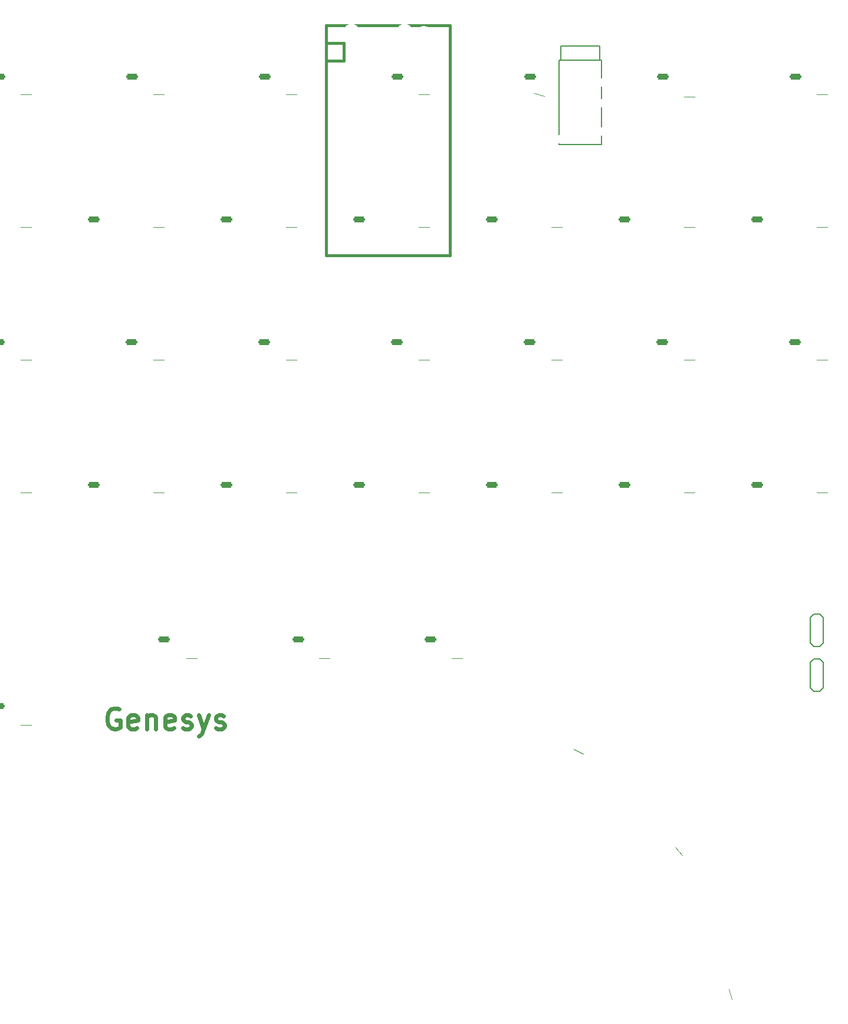
<source format=gto>
%TF.GenerationSoftware,KiCad,Pcbnew,7.0.1*%
%TF.CreationDate,2023-04-06T15:27:56+10:00*%
%TF.ProjectId,genesys,67656e65-7379-4732-9e6b-696361645f70,rev?*%
%TF.SameCoordinates,Original*%
%TF.FileFunction,Legend,Top*%
%TF.FilePolarity,Positive*%
%FSLAX46Y46*%
G04 Gerber Fmt 4.6, Leading zero omitted, Abs format (unit mm)*
G04 Created by KiCad (PCBNEW 7.0.1) date 2023-04-06 15:27:56*
%MOMM*%
%LPD*%
G01*
G04 APERTURE LIST*
G04 Aperture macros list*
%AMRoundRect*
0 Rectangle with rounded corners*
0 $1 Rounding radius*
0 $2 $3 $4 $5 $6 $7 $8 $9 X,Y pos of 4 corners*
0 Add a 4 corners polygon primitive as box body*
4,1,4,$2,$3,$4,$5,$6,$7,$8,$9,$2,$3,0*
0 Add four circle primitives for the rounded corners*
1,1,$1+$1,$2,$3*
1,1,$1+$1,$4,$5*
1,1,$1+$1,$6,$7*
1,1,$1+$1,$8,$9*
0 Add four rect primitives between the rounded corners*
20,1,$1+$1,$2,$3,$4,$5,0*
20,1,$1+$1,$4,$5,$6,$7,0*
20,1,$1+$1,$6,$7,$8,$9,0*
20,1,$1+$1,$8,$9,$2,$3,0*%
%AMHorizOval*
0 Thick line with rounded ends*
0 $1 width*
0 $2 $3 position (X,Y) of the first rounded end (center of the circle)*
0 $4 $5 position (X,Y) of the second rounded end (center of the circle)*
0 Add line between two ends*
20,1,$1,$2,$3,$4,$5,0*
0 Add two circle primitives to create the rounded ends*
1,1,$1,$2,$3*
1,1,$1,$4,$5*%
%AMRotRect*
0 Rectangle, with rotation*
0 The origin of the aperture is its center*
0 $1 length*
0 $2 width*
0 $3 Rotation angle, in degrees counterclockwise*
0 Add horizontal line*
21,1,$1,$2,0,0,$3*%
G04 Aperture macros list end*
%ADD10C,0.625000*%
%ADD11C,0.150000*%
%ADD12C,0.120000*%
%ADD13C,0.381000*%
%ADD14C,1.651000*%
%ADD15C,3.200000*%
%ADD16R,1.752600X1.752600*%
%ADD17C,1.752600*%
%ADD18C,1.400000*%
%ADD19R,2.500000X1.200000*%
%ADD20C,3.987800*%
%ADD21C,2.286000*%
%ADD22R,2.200000X2.200000*%
%ADD23O,2.200000X2.200000*%
%ADD24R,1.700000X0.820000*%
%ADD25RoundRect,0.205000X0.645000X0.205000X-0.645000X0.205000X-0.645000X-0.205000X0.645000X-0.205000X0*%
%ADD26RoundRect,0.205000X-0.645000X-0.205000X0.645000X-0.205000X0.645000X0.205000X-0.645000X0.205000X0*%
%ADD27RotRect,1.700000X0.820000X285.000000*%
%ADD28RoundRect,0.205000X-0.364953X0.569964X-0.031077X-0.676080X0.364953X-0.569964X0.031077X0.676080X0*%
%ADD29RotRect,2.200000X2.200000X40.000000*%
%ADD30HorizOval,2.200000X0.000000X0.000000X0.000000X0.000000X0*%
%ADD31RotRect,2.200000X2.200000X65.000000*%
%ADD32HorizOval,2.200000X0.000000X0.000000X0.000000X0.000000X0*%
%ADD33RotRect,2.200000X2.200000X75.000000*%
%ADD34HorizOval,2.200000X0.000000X0.000000X0.000000X0.000000X0*%
%ADD35RotRect,1.700000X0.820000X310.000000*%
%ADD36RoundRect,0.205000X-0.571637X0.362327X0.257559X-0.625870X0.571637X-0.362327X-0.257559X0.625870X0*%
%ADD37RotRect,1.700000X0.820000X335.000000*%
%ADD38RoundRect,0.205000X-0.671205X0.086796X0.497932X-0.458382X0.671205X-0.086796X-0.497932X0.458382X0*%
%ADD39RotRect,2.200000X2.200000X15.000000*%
%ADD40HorizOval,2.200000X0.000000X0.000000X0.000000X0.000000X0*%
G04 APERTURE END LIST*
D10*
X59435714Y-125680714D02*
X59150000Y-125537857D01*
X59150000Y-125537857D02*
X58721428Y-125537857D01*
X58721428Y-125537857D02*
X58292857Y-125680714D01*
X58292857Y-125680714D02*
X58007142Y-125966428D01*
X58007142Y-125966428D02*
X57864285Y-126252142D01*
X57864285Y-126252142D02*
X57721428Y-126823571D01*
X57721428Y-126823571D02*
X57721428Y-127252142D01*
X57721428Y-127252142D02*
X57864285Y-127823571D01*
X57864285Y-127823571D02*
X58007142Y-128109285D01*
X58007142Y-128109285D02*
X58292857Y-128395000D01*
X58292857Y-128395000D02*
X58721428Y-128537857D01*
X58721428Y-128537857D02*
X59007142Y-128537857D01*
X59007142Y-128537857D02*
X59435714Y-128395000D01*
X59435714Y-128395000D02*
X59578571Y-128252142D01*
X59578571Y-128252142D02*
X59578571Y-127252142D01*
X59578571Y-127252142D02*
X59007142Y-127252142D01*
X62007142Y-128395000D02*
X61721428Y-128537857D01*
X61721428Y-128537857D02*
X61150000Y-128537857D01*
X61150000Y-128537857D02*
X60864285Y-128395000D01*
X60864285Y-128395000D02*
X60721428Y-128109285D01*
X60721428Y-128109285D02*
X60721428Y-126966428D01*
X60721428Y-126966428D02*
X60864285Y-126680714D01*
X60864285Y-126680714D02*
X61150000Y-126537857D01*
X61150000Y-126537857D02*
X61721428Y-126537857D01*
X61721428Y-126537857D02*
X62007142Y-126680714D01*
X62007142Y-126680714D02*
X62150000Y-126966428D01*
X62150000Y-126966428D02*
X62150000Y-127252142D01*
X62150000Y-127252142D02*
X60721428Y-127537857D01*
X63435714Y-126537857D02*
X63435714Y-128537857D01*
X63435714Y-126823571D02*
X63578571Y-126680714D01*
X63578571Y-126680714D02*
X63864286Y-126537857D01*
X63864286Y-126537857D02*
X64292857Y-126537857D01*
X64292857Y-126537857D02*
X64578571Y-126680714D01*
X64578571Y-126680714D02*
X64721429Y-126966428D01*
X64721429Y-126966428D02*
X64721429Y-128537857D01*
X67292857Y-128395000D02*
X67007143Y-128537857D01*
X67007143Y-128537857D02*
X66435715Y-128537857D01*
X66435715Y-128537857D02*
X66150000Y-128395000D01*
X66150000Y-128395000D02*
X66007143Y-128109285D01*
X66007143Y-128109285D02*
X66007143Y-126966428D01*
X66007143Y-126966428D02*
X66150000Y-126680714D01*
X66150000Y-126680714D02*
X66435715Y-126537857D01*
X66435715Y-126537857D02*
X67007143Y-126537857D01*
X67007143Y-126537857D02*
X67292857Y-126680714D01*
X67292857Y-126680714D02*
X67435715Y-126966428D01*
X67435715Y-126966428D02*
X67435715Y-127252142D01*
X67435715Y-127252142D02*
X66007143Y-127537857D01*
X68578572Y-128395000D02*
X68864286Y-128537857D01*
X68864286Y-128537857D02*
X69435715Y-128537857D01*
X69435715Y-128537857D02*
X69721429Y-128395000D01*
X69721429Y-128395000D02*
X69864286Y-128109285D01*
X69864286Y-128109285D02*
X69864286Y-127966428D01*
X69864286Y-127966428D02*
X69721429Y-127680714D01*
X69721429Y-127680714D02*
X69435715Y-127537857D01*
X69435715Y-127537857D02*
X69007144Y-127537857D01*
X69007144Y-127537857D02*
X68721429Y-127395000D01*
X68721429Y-127395000D02*
X68578572Y-127109285D01*
X68578572Y-127109285D02*
X68578572Y-126966428D01*
X68578572Y-126966428D02*
X68721429Y-126680714D01*
X68721429Y-126680714D02*
X69007144Y-126537857D01*
X69007144Y-126537857D02*
X69435715Y-126537857D01*
X69435715Y-126537857D02*
X69721429Y-126680714D01*
X70864286Y-126537857D02*
X71578572Y-128537857D01*
X72292857Y-126537857D02*
X71578572Y-128537857D01*
X71578572Y-128537857D02*
X71292857Y-129252142D01*
X71292857Y-129252142D02*
X71150000Y-129395000D01*
X71150000Y-129395000D02*
X70864286Y-129537857D01*
X73292857Y-128395000D02*
X73578571Y-128537857D01*
X73578571Y-128537857D02*
X74150000Y-128537857D01*
X74150000Y-128537857D02*
X74435714Y-128395000D01*
X74435714Y-128395000D02*
X74578571Y-128109285D01*
X74578571Y-128109285D02*
X74578571Y-127966428D01*
X74578571Y-127966428D02*
X74435714Y-127680714D01*
X74435714Y-127680714D02*
X74150000Y-127537857D01*
X74150000Y-127537857D02*
X73721429Y-127537857D01*
X73721429Y-127537857D02*
X73435714Y-127395000D01*
X73435714Y-127395000D02*
X73292857Y-127109285D01*
X73292857Y-127109285D02*
X73292857Y-126966428D01*
X73292857Y-126966428D02*
X73435714Y-126680714D01*
X73435714Y-126680714D02*
X73721429Y-126537857D01*
X73721429Y-126537857D02*
X74150000Y-126537857D01*
X74150000Y-126537857D02*
X74435714Y-126680714D01*
D11*
%TO.C,TP4*%
X160500000Y-118980000D02*
X160500000Y-122580000D01*
X159200000Y-118480000D02*
X160000000Y-118480000D01*
X160000000Y-123080000D02*
X159200000Y-123080000D01*
X160500000Y-122580000D02*
X160000000Y-123080000D01*
X158700000Y-122580000D02*
X158700000Y-118980000D01*
X158700000Y-118980000D02*
X159200000Y-118480000D01*
X160000000Y-118480000D02*
X160500000Y-118980000D01*
X159200000Y-123080000D02*
X158700000Y-122580000D01*
%TO.C,TP3*%
X158700000Y-116170000D02*
X158700000Y-112570000D01*
X160000000Y-116670000D02*
X159200000Y-116670000D01*
X159200000Y-112070000D02*
X160000000Y-112070000D01*
X158700000Y-112570000D02*
X159200000Y-112070000D01*
X160500000Y-112570000D02*
X160500000Y-116170000D01*
X160500000Y-116170000D02*
X160000000Y-116670000D01*
X159200000Y-116670000D02*
X158700000Y-116170000D01*
X160000000Y-112070000D02*
X160500000Y-112570000D01*
%TO.C,J1*%
X122605000Y-32535000D02*
X122605000Y-44635000D01*
X122855000Y-32535000D02*
X122855000Y-30535000D01*
X128455000Y-30535000D02*
X122855000Y-30535000D01*
X128455000Y-32535000D02*
X128455000Y-30535000D01*
X128705000Y-32535000D02*
X122605000Y-32535000D01*
X128705000Y-32535000D02*
X128705000Y-44635000D01*
X128705000Y-44635000D02*
X122605000Y-44635000D01*
D12*
%TO.C,D3*%
X83395864Y-37436408D02*
X84905715Y-37436408D01*
%TO.C,D22*%
X45295864Y-94586408D02*
X46805715Y-94586408D01*
%TO.C,D28*%
X159595864Y-94586408D02*
X161105715Y-94586408D01*
%TO.C,D11*%
X102445864Y-56486408D02*
X103955715Y-56486408D01*
%TO.C,D17*%
X83395864Y-75536408D02*
X84905715Y-75536408D01*
%TO.C,D29*%
X45295864Y-127923908D02*
X46805715Y-127923908D01*
%TO.C,D20*%
X140545864Y-75536408D02*
X142055715Y-75536408D01*
%TO.C,D21*%
X159595864Y-75536408D02*
X161105715Y-75536408D01*
%TO.C,D18*%
X102445864Y-75536408D02*
X103955715Y-75536408D01*
%TO.C,D23*%
X64345864Y-94586408D02*
X65855715Y-94586408D01*
%TO.C,D6*%
X140535864Y-37758312D02*
X142045715Y-37758312D01*
%TO.C,D7*%
X159595864Y-37436408D02*
X161105715Y-37436408D01*
%TO.C,D32*%
X107208364Y-118398908D02*
X108718215Y-118398908D01*
%TO.C,D12*%
X121495864Y-56486408D02*
X123005715Y-56486408D01*
%TO.C,D34*%
X139304659Y-145481490D02*
X140275173Y-146638103D01*
D13*
%TO.C,U1*%
X106906400Y-27566750D02*
X89126400Y-27566750D01*
X89126400Y-27566750D02*
X89126400Y-30106750D01*
X106906400Y-30106750D02*
X106906400Y-27566750D01*
X91666400Y-30106750D02*
X89126400Y-30106750D01*
X91666400Y-30106750D02*
X91666400Y-32646750D01*
X89126400Y-30106750D02*
X89126400Y-60586750D01*
X91666400Y-32646750D02*
X89126400Y-32646750D01*
X106906400Y-60586750D02*
X106906400Y-30106750D01*
X89126400Y-60586750D02*
X106906400Y-60586750D01*
D12*
%TO.C,D26*%
X121495864Y-94586408D02*
X123005715Y-94586408D01*
%TO.C,D33*%
X124678607Y-131454795D02*
X126046997Y-132092886D01*
%TO.C,D5*%
X119014236Y-37287654D02*
X120472640Y-37678432D01*
%TO.C,D16*%
X64345864Y-75536408D02*
X65855715Y-75536408D01*
%TO.C,D13*%
X140545864Y-56486408D02*
X142055715Y-56486408D01*
%TO.C,D30*%
X69130864Y-118351408D02*
X70640715Y-118351408D01*
%TO.C,D10*%
X83395864Y-56486408D02*
X84905715Y-56486408D01*
%TO.C,D9*%
X64345864Y-56486408D02*
X65855715Y-56486408D01*
%TO.C,D4*%
X102445864Y-37436408D02*
X103955715Y-37436408D01*
%TO.C,D24*%
X83395864Y-94586408D02*
X84905715Y-94586408D01*
%TO.C,D31*%
X88158364Y-118398908D02*
X89668215Y-118398908D01*
%TO.C,D19*%
X121495864Y-75536408D02*
X123005715Y-75536408D01*
%TO.C,D15*%
X45295864Y-75536408D02*
X46805715Y-75536408D01*
%TO.C,D35*%
X147002994Y-165854167D02*
X147393772Y-167312571D01*
%TO.C,D8*%
X45295864Y-56486408D02*
X46805715Y-56486408D01*
%TO.C,D25*%
X102445864Y-94586408D02*
X103955715Y-94586408D01*
%TO.C,D2*%
X64345864Y-37436408D02*
X65855715Y-37436408D01*
%TO.C,D1*%
X45295864Y-37436408D02*
X46805715Y-37436408D01*
%TO.C,D14*%
X159595864Y-56486408D02*
X161105715Y-56486408D01*
%TO.C,D27*%
X140545864Y-94586408D02*
X142055715Y-94586408D01*
%TD*%
D14*
%TO.C,R2*%
X152500000Y-112540000D03*
X152500000Y-122700000D03*
%TD*%
%TO.C,R1*%
X155650000Y-112540000D03*
X155650000Y-122700000D03*
%TD*%
D15*
%TO.C,H7*%
X144145000Y-147955000D03*
%TD*%
%TO.C,H5*%
X144500000Y-79300000D03*
%TD*%
%TO.C,H4*%
X144500000Y-40525000D03*
%TD*%
%TO.C,H2*%
X48895000Y-79375000D03*
%TD*%
%TO.C,H1*%
X48895000Y-40525000D03*
%TD*%
D16*
%TO.C,U1*%
X90396400Y-31376750D03*
D17*
X90396400Y-33916750D03*
X90396400Y-36456750D03*
X90396400Y-38996750D03*
X90396400Y-41536750D03*
X90396400Y-44076750D03*
X90396400Y-46616750D03*
X90396400Y-49156750D03*
X90396400Y-51696750D03*
X90396400Y-54236750D03*
X90396400Y-56776750D03*
X90396400Y-59316750D03*
X105636400Y-59316750D03*
X105636400Y-56776750D03*
X105636400Y-54236750D03*
X105636400Y-51696750D03*
X105636400Y-49156750D03*
X105636400Y-46616750D03*
X105636400Y-44076750D03*
X105636400Y-41536750D03*
X105636400Y-38996750D03*
X105636400Y-36456750D03*
X105636400Y-33916750D03*
X105636400Y-31376750D03*
%TD*%
%LPC*%
D14*
%TO.C,R2*%
X152500000Y-112540000D03*
X152500000Y-122700000D03*
%TD*%
%TO.C,R1*%
X155650000Y-112540000D03*
X155650000Y-122700000D03*
%TD*%
D18*
%TO.C,TP4*%
X159600000Y-119510000D03*
X159600000Y-122050000D03*
%TD*%
%TO.C,TP3*%
X159600000Y-115640000D03*
X159600000Y-113100000D03*
%TD*%
D19*
%TO.C,J1*%
X128905000Y-42735000D03*
X128905000Y-38735000D03*
X128905000Y-35735000D03*
X122405000Y-43835000D03*
%TD*%
D15*
%TO.C,H7*%
X144145000Y-147955000D03*
%TD*%
%TO.C,H5*%
X144500000Y-79300000D03*
%TD*%
%TO.C,H4*%
X144500000Y-40525000D03*
%TD*%
%TO.C,H2*%
X48895000Y-79375000D03*
%TD*%
%TO.C,H1*%
X48895000Y-40525000D03*
%TD*%
D20*
%TO.C,SW23*%
X58470000Y-88135000D03*
D21*
X54660000Y-85595000D03*
X55930000Y-83055000D03*
X61010000Y-83055000D03*
X62280000Y-85595000D03*
%TD*%
D22*
%TO.C,D3*%
X84160000Y-38875000D03*
D23*
X84160000Y-28715000D03*
%TD*%
D22*
%TO.C,D22*%
X46060000Y-96025000D03*
D23*
X46060000Y-85865000D03*
%TD*%
D24*
%TO.C,SK6812Mini-E26*%
X118488836Y-92000000D03*
X118488836Y-93500000D03*
D25*
X112928836Y-93490000D03*
D24*
X112928836Y-91990000D03*
%TD*%
D22*
%TO.C,D28*%
X160360000Y-96025000D03*
D23*
X160360000Y-85865000D03*
%TD*%
D24*
%TO.C,SK6812Mini-E27*%
X137538836Y-92000000D03*
X137538836Y-93500000D03*
D25*
X131978836Y-93490000D03*
D24*
X131978836Y-91990000D03*
%TD*%
%TO.C,SK6812Mini-E7*%
X36708836Y-36420000D03*
X36708836Y-34920000D03*
D26*
X42268836Y-34930000D03*
D24*
X42268836Y-36430000D03*
%TD*%
D20*
%TO.C,SW4*%
X96570000Y-30985000D03*
D21*
X92760000Y-28445000D03*
X94030000Y-25905000D03*
X99110000Y-25905000D03*
X100380000Y-28445000D03*
%TD*%
D20*
%TO.C,SW18*%
X96570000Y-69085000D03*
D21*
X92760000Y-66545000D03*
X94030000Y-64005000D03*
X99110000Y-64005000D03*
X100380000Y-66545000D03*
%TD*%
D22*
%TO.C,D11*%
X103210000Y-57925000D03*
D23*
X103210000Y-47765000D03*
%TD*%
D20*
%TO.C,SW30*%
X63232500Y-111947500D03*
D21*
X59422500Y-109407500D03*
X60692500Y-106867500D03*
X65772500Y-106867500D03*
X67042500Y-109407500D03*
%TD*%
D20*
%TO.C,SW27*%
X134670000Y-88135000D03*
D21*
X130860000Y-85595000D03*
X132130000Y-83055000D03*
X137210000Y-83055000D03*
X138480000Y-85595000D03*
%TD*%
D24*
%TO.C,SK6812Mini-E19*%
X74685000Y-74450000D03*
X74685000Y-72950000D03*
D26*
X80245000Y-72960000D03*
D24*
X80245000Y-74460000D03*
%TD*%
%TO.C,SK6812Mini-E34*%
X60355000Y-117170000D03*
X60355000Y-115670000D03*
D26*
X65915000Y-115680000D03*
D24*
X65915000Y-117180000D03*
%TD*%
%TO.C,SK6812Mini-E23*%
X61338836Y-92000000D03*
X61338836Y-93500000D03*
D25*
X55778836Y-93490000D03*
D24*
X55778836Y-91990000D03*
%TD*%
%TO.C,SK6812Mini-E11*%
X99438836Y-53912492D03*
X99438836Y-55412492D03*
D25*
X93878836Y-55402492D03*
D24*
X93878836Y-53902492D03*
%TD*%
%TO.C,SK6812Mini-E5*%
X74808836Y-36420000D03*
X74808836Y-34920000D03*
D26*
X80368836Y-34930000D03*
D24*
X80368836Y-36430000D03*
%TD*%
D20*
%TO.C,SW15*%
X39420000Y-69085000D03*
D21*
X35610000Y-66545000D03*
X36880000Y-64005000D03*
X41960000Y-64005000D03*
X43230000Y-66545000D03*
%TD*%
D24*
%TO.C,SK6812Mini-E21*%
X36585000Y-74450000D03*
X36585000Y-72950000D03*
D26*
X42145000Y-72960000D03*
D24*
X42145000Y-74460000D03*
%TD*%
D22*
%TO.C,D17*%
X84160000Y-76975000D03*
D23*
X84160000Y-66815000D03*
%TD*%
D20*
%TO.C,SW32*%
X101332500Y-111947500D03*
D21*
X97522500Y-109407500D03*
X98792500Y-106867500D03*
X103872500Y-106867500D03*
X105142500Y-109407500D03*
%TD*%
D20*
%TO.C,SW9*%
X58470000Y-50035000D03*
D21*
X54660000Y-47495000D03*
X55930000Y-44955000D03*
X61010000Y-44955000D03*
X62280000Y-47495000D03*
%TD*%
D24*
%TO.C,SK6812Mini-E25*%
X99438836Y-92000000D03*
X99438836Y-93500000D03*
D25*
X93878836Y-93490000D03*
D24*
X93878836Y-91990000D03*
%TD*%
D22*
%TO.C,D29*%
X46060000Y-129362500D03*
D23*
X46060000Y-119202500D03*
%TD*%
D22*
%TO.C,D20*%
X141310000Y-76975000D03*
D23*
X141310000Y-66815000D03*
%TD*%
D27*
%TO.C,SK6812Mini-E29*%
X144688430Y-155782546D03*
X146137318Y-155394318D03*
D28*
X147566693Y-160767454D03*
D27*
X146117804Y-161155682D03*
%TD*%
D22*
%TO.C,D21*%
X160360000Y-76975000D03*
D23*
X160360000Y-66815000D03*
%TD*%
D22*
%TO.C,D18*%
X103210000Y-76975000D03*
D23*
X103210000Y-66815000D03*
%TD*%
D24*
%TO.C,SK6812Mini-E17*%
X112785000Y-74450000D03*
X112785000Y-72950000D03*
D26*
X118345000Y-72960000D03*
D24*
X118345000Y-74460000D03*
%TD*%
D20*
%TO.C,SW10*%
X77520000Y-50035000D03*
D21*
X73710000Y-47495000D03*
X74980000Y-44955000D03*
X80060000Y-44955000D03*
X81330000Y-47495000D03*
%TD*%
D24*
%TO.C,SK6812Mini-E22*%
X42288836Y-92000000D03*
X42288836Y-93500000D03*
D25*
X36728836Y-93490000D03*
D24*
X36728836Y-91990000D03*
%TD*%
D22*
%TO.C,D23*%
X65110000Y-96025000D03*
D23*
X65110000Y-85865000D03*
%TD*%
D24*
%TO.C,SK6812Mini-E33*%
X79605000Y-117170000D03*
X79605000Y-115670000D03*
D26*
X85165000Y-115680000D03*
D24*
X85165000Y-117180000D03*
%TD*%
D20*
%TO.C,SW20*%
X134670000Y-69085000D03*
D21*
X130860000Y-66545000D03*
X132130000Y-64005000D03*
X137210000Y-64005000D03*
X138480000Y-66545000D03*
%TD*%
D20*
%TO.C,SW7*%
X153720000Y-30985000D03*
D21*
X149910000Y-28445000D03*
X151180000Y-25905000D03*
X156260000Y-25905000D03*
X157530000Y-28445000D03*
%TD*%
D24*
%TO.C,SK6812Mini-E6*%
X55758836Y-36420000D03*
X55758836Y-34920000D03*
D26*
X61318836Y-34930000D03*
D24*
X61318836Y-36430000D03*
%TD*%
%TO.C,SK6812Mini-E18*%
X93735000Y-74450000D03*
X93735000Y-72950000D03*
D26*
X99295000Y-72960000D03*
D24*
X99295000Y-74460000D03*
%TD*%
D20*
%TO.C,SW33*%
X122265226Y-123055221D03*
D21*
X119885644Y-119143024D03*
X122110105Y-117377727D03*
X126714149Y-119524628D03*
X126791709Y-122363375D03*
%TD*%
D22*
%TO.C,D6*%
X141300000Y-39196904D03*
D23*
X141300000Y-29036904D03*
%TD*%
D20*
%TO.C,SW28*%
X153720000Y-88135000D03*
D21*
X149910000Y-85595000D03*
X151180000Y-83055000D03*
X156260000Y-83055000D03*
X157530000Y-85595000D03*
%TD*%
D20*
%TO.C,SW24*%
X77520000Y-88135000D03*
D21*
X73710000Y-85595000D03*
X74980000Y-83055000D03*
X80060000Y-83055000D03*
X81330000Y-85595000D03*
%TD*%
D22*
%TO.C,D7*%
X160360000Y-38875000D03*
D23*
X160360000Y-28715000D03*
%TD*%
D22*
%TO.C,D32*%
X107972500Y-119837500D03*
D23*
X107972500Y-109677500D03*
%TD*%
D22*
%TO.C,D12*%
X122260000Y-57925000D03*
D23*
X122260000Y-47765000D03*
%TD*%
D20*
%TO.C,SW34*%
X140465226Y-136889051D03*
D21*
X139961958Y-132337741D03*
X142724051Y-131677937D03*
X145989412Y-135569443D03*
X144860000Y-138175000D03*
%TD*%
D20*
%TO.C,SW6*%
X134670000Y-30985000D03*
D21*
X130860000Y-28445000D03*
X132130000Y-25905000D03*
X137210000Y-25905000D03*
X138480000Y-28445000D03*
%TD*%
D24*
%TO.C,SK6812Mini-E20*%
X55635000Y-74450000D03*
X55635000Y-72950000D03*
D26*
X61195000Y-72960000D03*
D24*
X61195000Y-74460000D03*
%TD*%
D29*
%TO.C,D34*%
X138693811Y-146991561D03*
D30*
X146476823Y-140460839D03*
%TD*%
D20*
%TO.C,SW26*%
X115620000Y-88135000D03*
D21*
X111810000Y-85595000D03*
X113080000Y-83055000D03*
X118160000Y-83055000D03*
X119430000Y-85595000D03*
%TD*%
D20*
%TO.C,SW22*%
X39420000Y-88135000D03*
D21*
X35610000Y-85595000D03*
X36880000Y-83055000D03*
X41960000Y-83055000D03*
X43230000Y-85595000D03*
%TD*%
D16*
%TO.C,U1*%
X90396400Y-31376750D03*
D17*
X90396400Y-33916750D03*
X90396400Y-36456750D03*
X90396400Y-38996750D03*
X90396400Y-41536750D03*
X90396400Y-44076750D03*
X90396400Y-46616750D03*
X90396400Y-49156750D03*
X90396400Y-51696750D03*
X90396400Y-54236750D03*
X90396400Y-56776750D03*
X90396400Y-59316750D03*
X105636400Y-59316750D03*
X105636400Y-56776750D03*
X105636400Y-54236750D03*
X105636400Y-51696750D03*
X105636400Y-49156750D03*
X105636400Y-46616750D03*
X105636400Y-44076750D03*
X105636400Y-41536750D03*
X105636400Y-38996750D03*
X105636400Y-36456750D03*
X105636400Y-33916750D03*
X105636400Y-31376750D03*
%TD*%
D20*
%TO.C,SW35*%
X150665226Y-156955221D03*
D21*
X152132577Y-152617643D03*
X154914729Y-153186969D03*
X156229530Y-158093872D03*
X154104778Y-159977998D03*
%TD*%
D22*
%TO.C,D26*%
X122260000Y-96025000D03*
D23*
X122260000Y-85865000D03*
%TD*%
D24*
%TO.C,SK6812Mini-E3*%
X112908836Y-36420000D03*
X112908836Y-34920000D03*
D26*
X118468836Y-34930000D03*
D24*
X118468836Y-36430000D03*
%TD*%
D31*
%TO.C,D33*%
X124763174Y-133081540D03*
D32*
X129056976Y-123873453D03*
%TD*%
D24*
%TO.C,SK6812Mini-E28*%
X156588836Y-92000000D03*
X156588836Y-93500000D03*
D25*
X151028836Y-93490000D03*
D24*
X151028836Y-91990000D03*
%TD*%
D20*
%TO.C,SW12*%
X115620000Y-50035000D03*
D21*
X111810000Y-47495000D03*
X113080000Y-44955000D03*
X118160000Y-44955000D03*
X119430000Y-47495000D03*
%TD*%
D33*
%TO.C,D5*%
X119380000Y-38875000D03*
D34*
X122009601Y-29061194D03*
%TD*%
D20*
%TO.C,SW2*%
X58470000Y-30985000D03*
D21*
X54660000Y-28445000D03*
X55930000Y-25905000D03*
X61010000Y-25905000D03*
X62280000Y-28445000D03*
%TD*%
D20*
%TO.C,SW13*%
X134670000Y-50035000D03*
D21*
X130860000Y-47495000D03*
X132130000Y-44955000D03*
X137210000Y-44955000D03*
X138480000Y-47495000D03*
%TD*%
D22*
%TO.C,D16*%
X65110000Y-76975000D03*
D23*
X65110000Y-66815000D03*
%TD*%
D22*
%TO.C,D13*%
X141310000Y-57925000D03*
D23*
X141310000Y-47765000D03*
%TD*%
D24*
%TO.C,SK6812Mini-E4*%
X93858836Y-36420000D03*
X93858836Y-34920000D03*
D26*
X99418836Y-34930000D03*
D24*
X99418836Y-36430000D03*
%TD*%
%TO.C,SK6812Mini-E8*%
X42288836Y-53912492D03*
X42288836Y-55412492D03*
D25*
X36728836Y-55402492D03*
D24*
X36728836Y-53902492D03*
%TD*%
D22*
%TO.C,D30*%
X69895000Y-119790000D03*
D23*
X69895000Y-109630000D03*
%TD*%
D24*
%TO.C,SK6812Mini-E32*%
X98585000Y-117200000D03*
X98585000Y-115700000D03*
D26*
X104145000Y-115710000D03*
D24*
X104145000Y-117210000D03*
%TD*%
D20*
%TO.C,SW16*%
X58470000Y-69085000D03*
D21*
X54660000Y-66545000D03*
X55930000Y-64005000D03*
X61010000Y-64005000D03*
X62280000Y-66545000D03*
%TD*%
D20*
%TO.C,SW21*%
X153720000Y-69085000D03*
D21*
X149910000Y-66545000D03*
X151180000Y-64005000D03*
X156260000Y-64005000D03*
X157530000Y-66545000D03*
%TD*%
D20*
%TO.C,SW29*%
X39420000Y-121472500D03*
D21*
X35610000Y-118932500D03*
X36880000Y-116392500D03*
X41960000Y-116392500D03*
X43230000Y-118932500D03*
%TD*%
D20*
%TO.C,SW3*%
X77520000Y-30985000D03*
D21*
X73710000Y-28445000D03*
X74980000Y-25905000D03*
X80060000Y-25905000D03*
X81330000Y-28445000D03*
%TD*%
D22*
%TO.C,D10*%
X84160000Y-57925000D03*
D23*
X84160000Y-47765000D03*
%TD*%
D24*
%TO.C,SK6812Mini-E12*%
X118488836Y-53912492D03*
X118488836Y-55412492D03*
D25*
X112928836Y-55402492D03*
D24*
X112928836Y-53902492D03*
%TD*%
D22*
%TO.C,D9*%
X65110000Y-57925000D03*
D23*
X65110000Y-47765000D03*
%TD*%
D20*
%TO.C,SW14*%
X153720000Y-50035000D03*
D21*
X149910000Y-47495000D03*
X151180000Y-44955000D03*
X156260000Y-44955000D03*
X157530000Y-47495000D03*
%TD*%
D22*
%TO.C,D4*%
X103210000Y-38875000D03*
D23*
X103210000Y-28715000D03*
%TD*%
D35*
%TO.C,SK6812Mini-E30*%
X134587024Y-138192415D03*
X135736091Y-137228234D03*
D36*
X139302329Y-141493869D03*
D35*
X138153263Y-142458050D03*
%TD*%
D24*
%TO.C,SK6812Mini-E24*%
X80388836Y-92000000D03*
X80388836Y-93500000D03*
D25*
X74828836Y-93490000D03*
D24*
X74828836Y-91990000D03*
%TD*%
D22*
%TO.C,D24*%
X84160000Y-96025000D03*
D23*
X84160000Y-85865000D03*
%TD*%
D22*
%TO.C,D31*%
X88922500Y-119837500D03*
D23*
X88922500Y-109677500D03*
%TD*%
D22*
%TO.C,D19*%
X122260000Y-76975000D03*
D23*
X122260000Y-66815000D03*
%TD*%
D24*
%TO.C,SK6812Mini-E10*%
X80388836Y-53912492D03*
X80388836Y-55412492D03*
D25*
X74828836Y-55402492D03*
D24*
X74828836Y-53902492D03*
%TD*%
D37*
%TO.C,SK6812Mini-E31*%
X117542027Y-126679975D03*
X118175955Y-125320513D03*
D38*
X123210800Y-127679334D03*
D37*
X122576872Y-129038795D03*
%TD*%
D20*
%TO.C,SW31*%
X82205000Y-111947500D03*
D21*
X78395000Y-109407500D03*
X79665000Y-106867500D03*
X84745000Y-106867500D03*
X86015000Y-109407500D03*
%TD*%
D22*
%TO.C,D15*%
X46060000Y-76975000D03*
D23*
X46060000Y-66815000D03*
%TD*%
D20*
%TO.C,SW5*%
X115620000Y-30985000D03*
D21*
X111810000Y-28445000D03*
X113080000Y-25905000D03*
X118160000Y-25905000D03*
X119430000Y-28445000D03*
%TD*%
D39*
%TO.C,D35*%
X145811194Y-166964601D03*
D40*
X155625000Y-164335000D03*
%TD*%
D22*
%TO.C,D8*%
X46060000Y-57925000D03*
D23*
X46060000Y-47765000D03*
%TD*%
D22*
%TO.C,D25*%
X103210000Y-96025000D03*
D23*
X103210000Y-85865000D03*
%TD*%
D24*
%TO.C,SK6812Mini-E15*%
X150885000Y-74450000D03*
X150885000Y-72950000D03*
D26*
X156445000Y-72960000D03*
D24*
X156445000Y-74460000D03*
%TD*%
D20*
%TO.C,SW19*%
X115620000Y-69085000D03*
D21*
X111810000Y-66545000D03*
X113080000Y-64005000D03*
X118160000Y-64005000D03*
X119430000Y-66545000D03*
%TD*%
D20*
%TO.C,SW8*%
X39420000Y-50035000D03*
D21*
X35610000Y-47495000D03*
X36880000Y-44955000D03*
X41960000Y-44955000D03*
X43230000Y-47495000D03*
%TD*%
D20*
%TO.C,SW25*%
X96570000Y-88135000D03*
D21*
X92760000Y-85595000D03*
X94030000Y-83055000D03*
X99110000Y-83055000D03*
X100380000Y-85595000D03*
%TD*%
D24*
%TO.C,SK6812Mini-E14*%
X156588836Y-53912492D03*
X156588836Y-55412492D03*
D25*
X151028836Y-55402492D03*
D24*
X151028836Y-53902492D03*
%TD*%
D20*
%TO.C,SW17*%
X77520000Y-69085000D03*
D21*
X73710000Y-66545000D03*
X74980000Y-64005000D03*
X80060000Y-64005000D03*
X81330000Y-66545000D03*
%TD*%
D22*
%TO.C,D2*%
X65110000Y-38875000D03*
D23*
X65110000Y-28715000D03*
%TD*%
D22*
%TO.C,D1*%
X46060000Y-38875000D03*
D23*
X46060000Y-28715000D03*
%TD*%
D22*
%TO.C,D14*%
X160360000Y-57925000D03*
D23*
X160360000Y-47765000D03*
%TD*%
D24*
%TO.C,SK6812Mini-E9*%
X61338836Y-53912492D03*
X61338836Y-55412492D03*
D25*
X55778836Y-55402492D03*
D24*
X55778836Y-53902492D03*
%TD*%
%TO.C,SK6812Mini-E2*%
X131958836Y-36420000D03*
X131958836Y-34920000D03*
D26*
X137518836Y-34930000D03*
D24*
X137518836Y-36430000D03*
%TD*%
%TO.C,SK6812Mini-E16*%
X131835000Y-74450000D03*
X131835000Y-72950000D03*
D26*
X137395000Y-72960000D03*
D24*
X137395000Y-74460000D03*
%TD*%
%TO.C,SK6812Mini-E13*%
X137538836Y-53912492D03*
X137538836Y-55412492D03*
D25*
X131978836Y-55402492D03*
D24*
X131978836Y-53902492D03*
%TD*%
D20*
%TO.C,SW1*%
X39420000Y-30985000D03*
D21*
X35610000Y-28445000D03*
X36880000Y-25905000D03*
X41960000Y-25905000D03*
X43230000Y-28445000D03*
%TD*%
D24*
%TO.C,SK6812Mini-E1*%
X151008836Y-36420000D03*
X151008836Y-34920000D03*
D26*
X156568836Y-34930000D03*
D24*
X156568836Y-36430000D03*
%TD*%
D20*
%TO.C,SW11*%
X96570000Y-50035000D03*
D21*
X92760000Y-47495000D03*
X94030000Y-44955000D03*
X99110000Y-44955000D03*
X100380000Y-47495000D03*
%TD*%
D24*
%TO.C,SK6812Mini-E35*%
X36645000Y-126710000D03*
X36645000Y-125210000D03*
D26*
X42205000Y-125220000D03*
D24*
X42205000Y-126720000D03*
%TD*%
D22*
%TO.C,D27*%
X141310000Y-96025000D03*
D23*
X141310000Y-85865000D03*
%TD*%
M02*

</source>
